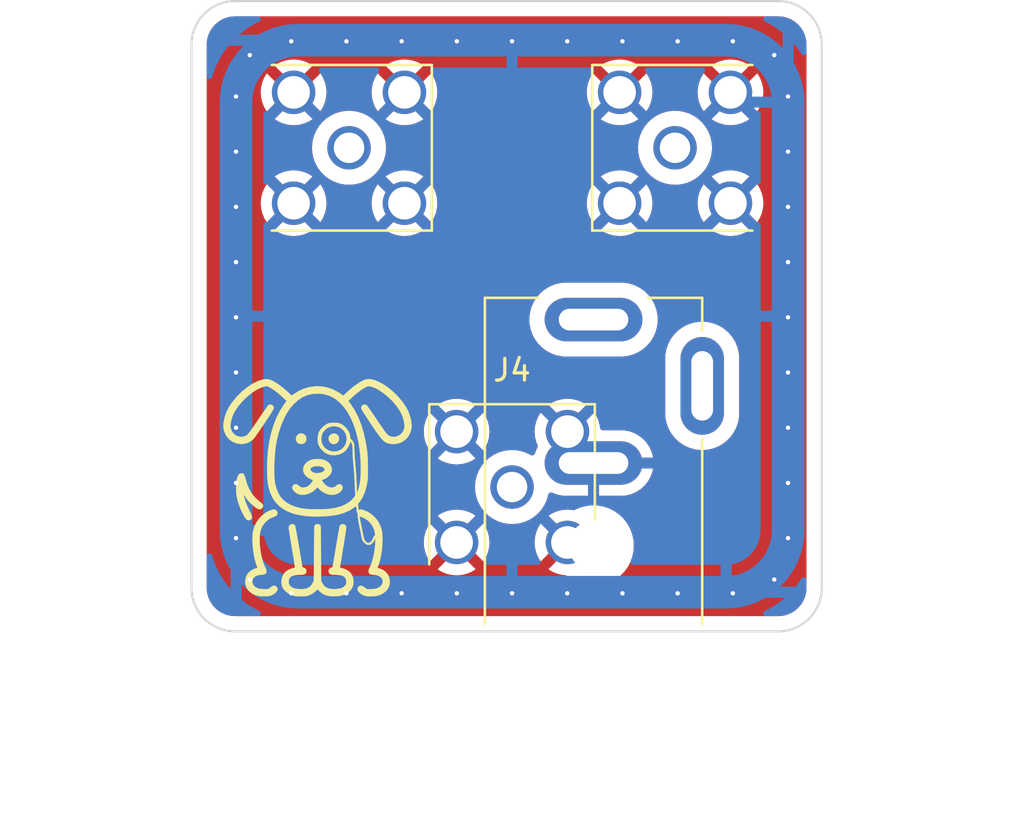
<source format=kicad_pcb>
(kicad_pcb (version 20211014) (generator pcbnew)
  (layers (0 "F.Cu" signal) (31 "B.Cu" signal) (34 "B.Paste" user) (35 "F.Paste" user) (36 "B.SilkS" user "B.Silkscreen") (37 "F.SilkS" user "F.Silkscreen") (38 "B.Mask" user) (39 "F.Mask" user) (44 "Edge.Cuts" user))
  (net 0 "")
  (net 1 "GND")
  (footprint "Connector_WUT:SMA_Linx_CONSMA002-L-G_Horizontal" (layer "F.Cu") (at 136.75 82.19 90)
    (fp_text reference "J2" hide)
    (fp_text value "Conn_Coaxial" hide)
    (fp_line (start 3.81 3.81) (end 3.81 -3.556) (layer "F.SilkS") (width 0.12))
    (fp_line (start -3.81 3.81) (end 3.81 3.81) (layer "F.SilkS") (width 0.12))
    (fp_line (start -3.81 -3.556) (end -3.81 3.81) (layer "F.SilkS") (width 0.12))
    (pad "1" thru_hole circle (at 0 0 90) (size 2 2) (drill 1.4) (layers *.Cu *.Mask))
    (pad "2" thru_hole circle (at -2.55 -2.55 90) (size 2 2) (drill 1.5) (layers *.Cu *.Mask) (net 1 "GND"))
    (pad "2" thru_hole circle (at 2.55 2.55 90) (size 2 2) (drill 1.5) (layers *.Cu *.Mask) (net 1 "GND"))
    (pad "2" thru_hole circle (at -2.55 2.55 90) (size 2 2) (drill 1.5) (layers *.Cu *.Mask) (net 1 "GND"))
    (pad "2" thru_hole circle (at 2.55 -2.55 90) (size 2 2) (drill 1.5) (layers *.Cu *.Mask) (net 1 "GND"))
  )
  (footprint "Misc_WUT:Logo_10mmx10mm" (layer "F.Cu") (at 135.25 97.97)
    (fp_text reference "M1" hide)
    (fp_text value "Logo_10mmx10mm" hide)
    (fp_poly (pts (xy 0.129206 -1.458827) (xy 0.266306 -1.441282) (xy 0.370169 -1.41155) (xy 0.493666 -1.346092) (xy 0.591956 -1.260651) (xy 0.662403 -1.160375) (xy 0.702372 -1.05041) (xy 0.709224 -0.935902) (xy 0.680326 -0.821999) (xy 0.676545 -0.813405) (xy 0.625981 -0.735162) (xy 0.549984 -0.656479) (xy 0.460598 -0.587981) (xy 0.369865 -0.540293) (xy 0.364823 -0.538392) (xy 0.308912 -0.516486) (xy 0.268921 -0.498359) (xy 0.258783 -0.49226) (xy 0.25964 -0.469704) (xy 0.282099 -0.427853) (xy 0.319942 -0.374857) (xy 0.36695 -0.318863) (xy 0.416906 -0.268019) (xy 0.452828 -0.237976) (xy 0.562325 -0.175059) (xy 0.67048 -0.146021) (xy 0.772414 -0.150968) (xy 0.863246 -0.190002) (xy 0.908829 -0.228211) (xy 0.978164 -0.279526) (xy 1.050345 -0.299335) (xy 1.117464 -0.288475) (xy 1.171613 -0.247785) (xy 1.199219 -0.197444) (xy 1.206408 -0.119326) (xy 1.174676 -0.037853) (xy 1.104018 0.046985) (xy 1.101461 0.049425) (xy 0.995751 0.123988) (xy 0.869133 0.170962) (xy 0.729704 0.188945) (xy 0.58556 0.176536) (xy 0.499378 0.153648) (xy 0.37484 0.100951) (xy 0.256636 0.031968) (xy 0.157124 -0.04542) (xy 0.10967 -0.09485) (xy 0.053803 -0.162626) (xy -0.046383 -0.062439) (xy -0.166289 0.036056) (xy -0.304058 0.113595) (xy -0.448406 0.164887) (xy -0.572497 0.18414) (xy -0.650064 0.184979) (xy -0.720356 0.180895) (xy -0.761907 0.174154) (xy -0.85636 0.142868) (xy -0.930077 0.103909) (xy -1.001342 0.047532) (xy -1.004026 0.045114) (xy -1.075794 -0.035817) (xy -1.110094 -0.114433) (xy -1.106419 -0.189302) (xy -1.095904 -0.214674) (xy -1.061335 -0.26408) (xy -1.01519 -0.289105) (xy -0.944822 -0.296375) (xy -0.939988 -0.296392) (xy -0.884794 -0.28521) (xy -0.830353 -0.247205) (xy -0.81095 -0.228211) (xy -0.728774 -0.169398) (xy -0.632671 -0.144735) (xy -0.527521 -0.154116) (xy -0.418206 -0.197437) (xy -0.354949 -0.237976) (xy -0.306891 -0.279521) (xy -0.257081 -0.332374) (xy -0.211737 -0.388388) (xy -0.177078 -0.439415) (xy -0.159321 -0.477305) (xy -0.160905 -0.49226) (xy -0.186528 -0.505748) (xy -0.235909 -0.526528) (xy -0.272299 -0.540437) (xy -0.378211 -0.594851) (xy -0.471904 -0.67185) (xy -0.546906 -0.763538) (xy -0.596744 -0.862019) (xy -0.614939 -0.958433) (xy -0.611112 -0.984419) (xy -0.279733 -0.984419) (xy -0.263629 -0.933631) (xy -0.21621 -0.884457) (xy -0.141029 -0.841287) (xy -0.090905 -0.822264) (xy -0.016024 -0.81043) (xy 0.078288 -0.812564) (xy 0.175666 -0.826967) (xy 0.259744 -0.85194) (xy 0.278778 -0.860649) (xy 0.342415 -0.905685) (xy 0.374816 -0.956922) (xy 0.373225 -1.008448) (xy 0.358852 -1.032434) (xy 0.294291 -1.082747) (xy 0.204673 -1.11611) (xy 0.100149 -1.132524) (xy -0.009131 -1.131987) (xy -0.113013 -1.114502) (xy -0.201347 -1.080066) (xy -0.260973 -1.032434) (xy -0.279733 -0.984419) (xy -0.611112 -0.984419) (xy -0.596943 -1.080615) (xy -0.543996 -1.194257) (xy -0.460085 -1.294085) (xy -0.349201 -1.374824) (xy -0.27229 -1.41155) (xy -0.154542 -1.443961) (xy -0.015893 -1.45972) (xy 0.129206 -1.458827)) (layer "F.SilkS") (width 0.01) (fill solid))
    (fp_poly (pts (xy 0.907235 -3.125689) (xy 0.979676 -3.120585) (xy 1.03638 -3.109046) (xy 1.090629 -3.088589) (xy 1.141078 -3.06419) (xy 1.267459 -2.981847) (xy 1.378075 -2.874599) (xy 1.467008 -2.751028) (xy 1.52834 -2.619719) (xy 1.556153 -2.489255) (xy 1.557187 -2.460721) (xy 1.562969 -2.401495) (xy 1.583642 -2.371797) (xy 1.598115 -2.365284) (xy 1.62964 -2.340049) (xy 1.667739 -2.288708) (xy 1.693365 -2.243285) (xy 1.719142 -2.186307) (xy 1.735264 -2.132543) (xy 1.743884 -2.069198) (xy 1.747151 -1.983473) (xy 1.747444 -1.921474) (xy 1.749366 -1.807362) (xy 1.754736 -1.671457) (xy 1.762634 -1.534073) (xy 1.768598 -1.454671) (xy 1.789528 -1.203913) (xy 1.806866 -0.990434) (xy 1.820919 -0.809363) (xy 1.831997 -0.655826) (xy 1.840407 -0.52495) (xy 1.846458 -0.411863) (xy 1.850459 -0.311692) (xy 1.852718 -0.219563) (xy 1.853543 -0.130605) (xy 1.853564 -0.112322) (xy 1.854963 0.010176) (xy 1.858823 0.1297) (xy 1.864587 0.233952) (xy 1.871697 0.310636) (xy 1.873233 0.321595) (xy 1.884273 0.400126) (xy 1.897523 0.503921) (xy 1.910872 0.61613) (xy 1.917193 0.672579) (xy 1.929088 0.768578) (xy 1.941958 0.851379) (xy 1.953994 0.91027) (xy 1.960979 0.931583) (xy 1.973459 0.97551) (xy 1.980407 1.039494) (xy 1.980889 1.058583) (xy 1.98626 1.143511) (xy 2.000927 1.260811) (xy 2.023529 1.401886) (xy 2.052705 1.558137) (xy 2.082253 1.699162) (xy 2.105376 1.807334) (xy 2.128694 1.921739) (xy 2.14785 2.020891) (xy 2.150948 2.037829) (xy 2.168417 2.1228) (xy 2.187922 2.199848) (xy 2.20421 2.249495) (xy 2.242655 2.308974) (xy 2.299596 2.362705) (xy 2.360825 2.399162) (xy 2.399916 2.408245) (xy 2.449472 2.390153) (xy 2.50564 2.34243) (xy 2.559707 2.274908) (xy 2.60296 2.19742) (xy 2.61562 2.164829) (xy 2.643335 2.101608) (xy 2.673672 2.061025) (xy 2.700574 2.047249) (xy 2.717983 2.064452) (xy 2.721353 2.092029) (xy 2.702517 2.202367) (xy 2.650161 2.313574) (xy 2.580237 2.402368) (xy 2.498448 2.467925) (xy 2.418124 2.493907) (xy 2.332499 2.482261) (xy 2.319187 2.477544) (xy 2.267739 2.44656) (xy 2.207146 2.394809) (xy 2.152108 2.336394) (xy 2.117326 2.285417) (xy 2.116137 2.282746) (xy 2.100716 2.234245) (xy 2.082859 2.160251) (xy 2.067057 2.080162) (xy 2.04962 1.987039) (xy 2.026859 1.874145) (xy 2.003124 1.762922) (xy 1.998358 1.741495) (xy 1.964779 1.582462) (xy 1.936343 1.42927) (xy 1.914486 1.29092) (xy 1.900642 1.176415) (xy 1.896223 1.101204) (xy 1.89156 1.046257) (xy 1.880273 1.014429) (xy 1.874687 1.011245) (xy 1.863095 0.992107) (xy 1.855407 0.942739) (xy 1.85352 0.894829) (xy 1.850376 0.831071) (xy 1.842265 0.788785) (xy 1.834396 0.778412) (xy 1.827212 0.770201) (xy 1.82047 0.743477) (xy 1.81395 0.695107) (xy 1.807434 0.621957) (xy 1.800701 0.520892) (xy 1.793531 0.388777) (xy 1.785705 0.222479) (xy 1.777004 0.018863) (xy 1.771325 -0.121171) (xy 1.763778 -0.299338) (xy 1.755818 -0.461999) (xy 1.746813 -0.61848) (xy 1.736131 -0.778102) (xy 1.723142 -0.950189) (xy 1.707213 -1.144064) (xy 1.687713 -1.369051) (xy 1.683775 -1.413578) (xy 1.674488 -1.541005) (xy 1.667235 -1.683503) (xy 1.663104 -1.817704) (xy 1.662555 -1.868662) (xy 1.660502 -1.980892) (xy 1.653803 -2.062626) (xy 1.640819 -2.125593) (xy 1.619911 -2.181523) (xy 1.618364 -2.184921) (xy 1.574638 -2.280171) (xy 1.527509 -2.151375) (xy 1.445775 -1.982304) (xy 1.336998 -1.844549) (xy 1.203686 -1.739907) (xy 1.048349 -1.670175) (xy 0.873494 -1.637147) (xy 0.80577 -1.634588) (xy 0.644783 -1.646965) (xy 0.507667 -1.687227) (xy 0.383101 -1.760072) (xy 0.274751 -1.854986) (xy 0.172297 -1.972279) (xy 0.104746 -2.089023) (xy 0.067704 -2.216618) (xy 0.057826 -2.352123) (xy 0.226169 -2.352123) (xy 0.239396 -2.232067) (xy 0.253886 -2.179587) (xy 0.321058 -2.050271) (xy 0.417527 -1.945117) (xy 0.536198 -1.866661) (xy 0.669977 -1.817438) (xy 0.811766 -1.799985) (xy 0.954471 -1.816838) (xy 1.090996 -1.870533) (xy 1.101591 -1.876586) (xy 1.22237 -1.969484) (xy 1.310931 -2.083476) (xy 1.367242 -2.212154) (xy 1.391267 -2.34911) (xy 1.382971 -2.487935) (xy 1.34232 -2.62222) (xy 1.26928 -2.745556) (xy 1.163816 -2.851536) (xy 1.107067 -2.891057) (xy 0.988632 -2.942146) (xy 0.851072 -2.965756) (xy 0.708526 -2.960592) (xy 0.60648 -2.936934) (xy 0.498336 -2.882991) (xy 0.396177 -2.800165) (xy 0.311985 -2.700196) (xy 0.257934 -2.59539) (xy 0.232412 -2.479791) (xy 0.226169 -2.352123) (xy 0.057826 -2.352123) (xy 0.05678 -2.366466) (xy 0.057951 -2.417755) (xy 0.066198 -2.529534) (xy 0.0827 -2.615126) (xy 0.11073 -2.690383) (xy 0.116983 -2.703505) (xy 0.205369 -2.84195) (xy 0.322884 -2.963997) (xy 0.457497 -3.057391) (xy 0.471747 -3.064841) (xy 0.53311 -3.093922) (xy 0.586687 -3.1122) (xy 0.645727 -3.122134) (xy 0.723477 -3.126184) (xy 0.80577 -3.126838) (xy 0.907235 -3.125689)) (layer "F.SilkS") (width 0.01) (fill solid))
    (fp_poly (pts (xy -3.394961 -0.796542) (xy -3.35317 -0.769507) (xy -3.31884 -0.718061) (xy -3.288209 -0.636978) (xy -3.264339 -0.549294) (xy -3.183623 -0.282983) (xy -3.080029 -0.047307) (xy -2.952408 0.159582) (xy -2.799608 0.339529) (xy -2.620479 0.494381) (xy -2.608034 0.503522) (xy -2.526176 0.568752) (xy -2.476441 0.624131) (xy -2.455175 0.675521) (xy -2.458722 0.728781) (xy -2.461515 0.738397) (xy -2.499046 0.800684) (xy -2.558902 0.843344) (xy -2.617121 0.856377) (xy -2.679148 0.841284) (xy -2.758609 0.799098) (xy -2.850138 0.73446) (xy -2.948366 0.652012) (xy -3.047926 0.556394) (xy -3.14345 0.452248) (xy -3.22957 0.344216) (xy -3.261148 0.299531) (xy -3.305414 0.235239) (xy -3.331768 0.200705) (xy -3.343664 0.192966) (xy -3.344552 0.209059) (xy -3.340813 0.231147) (xy -3.315105 0.33479) (xy -3.274588 0.46174) (xy -3.223377 0.601116) (xy -3.165584 0.742033) (xy -3.105322 0.873609) (xy -3.076197 0.931263) (xy -3.017087 1.049754) (xy -2.979908 1.141186) (xy -2.964357 1.210632) (xy -2.970127 1.263164) (xy -2.996914 1.303856) (xy -3.044412 1.33778) (xy -3.051507 1.341647) (xy -3.105032 1.361079) (xy -3.15696 1.354308) (xy -3.190108 1.340286) (xy -3.230695 1.305874) (xy -3.280897 1.239699) (xy -3.33783 1.14702) (xy -3.39861 1.033099) (xy -3.460353 0.903195) (xy -3.520174 0.762569) (xy -3.552288 0.679685) (xy -3.624776 0.460055) (xy -3.671504 0.253159) (xy -3.694863 0.04463) (xy -3.697247 -0.1799) (xy -3.696956 -0.18893) (xy -3.684397 -0.380653) (xy -3.660635 -0.535647) (xy -3.625345 -0.654714) (xy -3.578202 -0.738659) (xy -3.518881 -0.788283) (xy -3.447975 -0.804392) (xy -3.394961 -0.796542)) (layer "F.SilkS") (width 0.01) (fill solid))
    (fp_poly (pts (xy 2.062011 0.862694) (xy 2.11976 0.876956) (xy 2.143842 0.88358) (xy 2.319784 0.951082) (xy 2.488698 1.05159) (xy 2.643425 1.17903) (xy 2.776805 1.327332) (xy 2.881679 1.490425) (xy 2.898099 1.523226) (xy 2.954018 1.652144) (xy 2.994262 1.775927) (xy 3.020816 1.904865) (xy 3.035664 2.04925) (xy 3.040792 2.219373) (xy 3.040805 2.263147) (xy 3.031851 2.506088) (xy 3.007972 2.751008) (xy 2.970721 2.988507) (xy 2.921651 3.209186) (xy 2.862316 3.403644) (xy 2.844527 3.450965) (xy 2.804915 3.551462) (xy 2.887427 3.573395) (xy 3.041328 3.632163) (xy 3.168994 3.718165) (xy 3.26819 3.828544) (xy 3.336682 3.960443) (xy 3.372237 4.111008) (xy 3.376953 4.199254) (xy 3.357497 4.345263) (xy 3.303136 4.479474) (xy 3.217115 4.598531) (xy 3.102684 4.699078) (xy 2.963088 4.777758) (xy 2.801576 4.831217) (xy 2.756312 4.840586) (xy 2.656121 4.853343) (xy 2.541665 4.859251) (xy 2.425461 4.858474) (xy 2.320028 4.851176) (xy 2.237882 4.83752) (xy 2.224042 4.833636) (xy 2.122586 4.791531) (xy 2.031216 4.734468) (xy 1.956736 4.668547) (xy 1.905949 4.599873) (xy 1.885657 4.534546) (xy 1.885555 4.530018) (xy 1.902435 4.459519) (xy 1.946547 4.406441) (xy 2.008094 4.37571) (xy 2.077282 4.372256) (xy 2.143377 4.400313) (xy 2.188803 4.433541) (xy 2.244453 4.47429) (xy 2.256785 4.483326) (xy 2.289285 4.505513) (xy 2.320027 4.519542) (xy 2.358321 4.526816) (xy 2.413481 4.52874) (xy 2.494818 4.526717) (xy 2.534505 4.525207) (xy 2.63394 4.520105) (xy 2.705979 4.512414) (xy 2.762305 4.499755) (xy 2.814599 4.479747) (xy 2.855757 4.459739) (xy 2.953154 4.39318) (xy 3.018642 4.31137) (xy 3.049718 4.218476) (xy 3.048206 4.139509) (xy 3.013531 4.040165) (xy 2.947019 3.963303) (xy 2.848923 3.909105) (xy 2.719493 3.87775) (xy 2.677609 3.873084) (xy 2.584689 3.863833) (xy 2.521645 3.853765) (xy 2.479313 3.840382) (xy 2.448527 3.821185) (xy 2.432135 3.806188) (xy 2.399954 3.747617) (xy 2.397615 3.670607) (xy 2.424901 3.581684) (xy 2.440686 3.550261) (xy 2.50929 3.40346) (xy 2.569313 3.231142) (xy 2.61995 3.040198) (xy 2.660394 2.837517) (xy 2.689841 2.629988) (xy 2.707484 2.424501) (xy 2.712517 2.227946) (xy 2.704134 2.047212) (xy 2.68153 1.889188) (xy 2.6486 1.772705) (xy 2.56598 1.603845) (xy 2.456699 1.457632) (xy 2.324914 1.338486) (xy 2.17478 1.250827) (xy 2.14677 1.23899) (xy 2.050922 1.199992) (xy 1.985123 1.170633) (xy 1.942817 1.146886) (xy 1.917445 1.124721) (xy 1.902448 1.100108) (xy 1.896695 1.08535) (xy 1.889716 1.010806) (xy 1.918554 0.939836) (xy 1.967996 0.889196) (xy 1.99846 0.86842) (xy 2.025688 0.859717) (xy 2.062011 0.862694)) (layer "F.SilkS") (width 0.01) (fill solid))
    (fp_poly (pts (xy 2.573431 -5.116589) (xy 2.734468 -5.067814) (xy 2.90475 -4.992908) (xy 3.080749 -4.894385) (xy 3.258937 -4.774759) (xy 3.435785 -4.636543) (xy 3.607765 -4.48225) (xy 3.771349 -4.314395) (xy 3.923009 -4.135491) (xy 4.059216 -3.948052) (xy 4.149014 -3.803546) (xy 4.226718 -3.647902) (xy 4.290736 -3.478252) (xy 4.339005 -3.30361) (xy 4.369458 -3.132988) (xy 4.380033 -2.9754) (xy 4.369154 -2.842486) (xy 4.31875 -2.669095) (xy 4.237414 -2.515568) (xy 4.12917 -2.384837) (xy 3.998037 -2.279834) (xy 3.848037 -2.203488) (xy 3.683192 -2.158731) (xy 3.507522 -2.148493) (xy 3.426993 -2.155794) (xy 3.352378 -2.16781) (xy 3.285421 -2.183962) (xy 3.223437 -2.206953) (xy 3.163741 -2.239491) (xy 3.10365 -2.28428) (xy 3.040479 -2.344026) (xy 2.971543 -2.421433) (xy 2.894158 -2.519208) (xy 2.805641 -2.640056) (xy 2.703307 -2.786682) (xy 2.58447 -2.961791) (xy 2.495462 -3.09463) (xy 2.382361 -3.264471) (xy 2.289593 -3.405098) (xy 2.21535 -3.519495) (xy 2.157822 -3.610647) (xy 2.115201 -3.681538) (xy 2.085677 -3.735152) (xy 2.067441 -3.774473) (xy 2.058684 -3.802486) (xy 2.05724 -3.817553) (xy 2.07632 -3.885726) (xy 2.122661 -3.936526) (xy 2.186315 -3.964506) (xy 2.257329 -3.96422) (xy 2.297632 -3.949137) (xy 2.31667 -3.928761) (xy 2.354635 -3.879393) (xy 2.408963 -3.804673) (xy 2.477088 -3.708245) (xy 2.556442 -3.59375) (xy 2.644462 -3.46483) (xy 2.738579 -3.325127) (xy 2.762246 -3.289714) (xy 2.859383 -3.145327) (xy 2.952818 -3.00869) (xy 3.03968 -2.883838) (xy 3.117097 -2.774807) (xy 3.182198 -2.685632) (xy 3.232111 -2.620349) (xy 3.263965 -2.582994) (xy 3.267485 -2.579615) (xy 3.367395 -2.513621) (xy 3.478737 -2.480366) (xy 3.595193 -2.477778) (xy 3.710445 -2.503781) (xy 3.818176 -2.556302) (xy 3.912068 -2.633266) (xy 3.985805 -2.7326) (xy 4.026663 -2.828847) (xy 4.045536 -2.905562) (xy 4.052585 -2.979338) (xy 4.047707 -3.062329) (xy 4.030796 -3.166692) (xy 4.023448 -3.203562) (xy 3.964493 -3.411125) (xy 3.872695 -3.615554) (xy 3.746473 -3.819554) (xy 3.584247 -4.025832) (xy 3.470879 -4.149832) (xy 3.320235 -4.296156) (xy 3.162611 -4.42986) (xy 3.00276 -4.548034) (xy 2.845435 -4.647769) (xy 2.695386 -4.726157) (xy 2.557367 -4.780286) (xy 2.43613 -4.807249) (xy 2.392918 -4.809777) (xy 2.333299 -4.796451) (xy 2.250845 -4.758626) (xy 2.150255 -4.699532) (xy 2.036229 -4.622401) (xy 1.913464 -4.53046) (xy 1.786661 -4.426942) (xy 1.660519 -4.315075) (xy 1.62549 -4.282253) (xy 1.47046 -4.135128) (xy 1.58936 -3.969337) (xy 1.769846 -3.68644) (xy 1.927862 -3.372344) (xy 2.06348 -3.026837) (xy 2.176777 -2.649708) (xy 2.267825 -2.240747) (xy 2.326276 -1.879007) (xy 2.338293 -1.769595) (xy 2.34868 -1.633457) (xy 2.357274 -1.47811) (xy 2.363913 -1.311073) (xy 2.368433 -1.139863) (xy 2.370672 -0.971999) (xy 2.370467 -0.814997) (xy 2.367656 -0.676377) (xy 2.362075 -0.563656) (xy 2.356094 -0.501546) (xy 2.305129 -0.210239) (xy 2.231861 0.049554) (xy 2.135188 0.279145) (xy 2.014007 0.479847) (xy 1.867216 0.652972) (xy 1.69371 0.799832) (xy 1.492389 0.92174) (xy 1.262148 1.020008) (xy 1.016766 1.092387) (xy 0.840149 1.12725) (xy 0.634531 1.154559) (xy 0.409328 1.173909) (xy 0.173955 1.184894) (xy -0.06217 1.187111) (xy -0.289632 1.180154) (xy -0.499015 1.163618) (xy -0.537215 1.159209) (xy -0.839988 1.108945) (xy -1.111486 1.035754) (xy -1.352417 0.939157) (xy -1.563492 0.818675) (xy -1.745422 0.673831) (xy -1.898915 0.504144) (xy -2.024681 0.309137) (xy -2.122931 0.089698) (xy -2.16414 -0.030136) (xy -2.196802 -0.144288) (xy -2.22199 -0.260059) (xy -2.240775 -0.38475) (xy -2.25423 -0.525665) (xy -2.263427 -0.690105) (xy -2.269439 -0.885373) (xy -2.27001 -0.911853) (xy -2.269732 -0.941861) (xy -1.940364 -0.941861) (xy -1.938951 -0.760448) (xy -1.932876 -0.605731) (xy -1.921529 -0.471593) (xy -1.904298 -0.351922) (xy -1.880574 -0.240601) (xy -1.849745 -0.131516) (xy -1.829181 -0.069216) (xy -1.762048 0.097601) (xy -1.682549 0.237722) (xy -1.583069 0.36324) (xy -1.510595 0.436596) (xy -1.356572 0.557407) (xy -1.171196 0.659469) (xy -0.958158 0.741317) (xy -0.721149 0.801489) (xy -0.507907 0.834028) (xy -0.402267 0.842492) (xy -0.267555 0.848516) (xy -0.113699 0.852093) (xy 0.049372 0.853218) (xy 0.211729 0.851882) (xy 0.363443 0.848081) (xy 0.494586 0.841808) (xy 0.580596 0.83473) (xy 0.858717 0.791567) (xy 1.105308 0.725363) (xy 1.32041 0.636101) (xy 1.504066 0.523764) (xy 1.608473 0.436596) (xy 1.720123 0.317382) (xy 1.813082 0.186823) (xy 1.888478 0.04113) (xy 1.947439 -0.123489) (xy 1.991092 -0.310826) (xy 2.020566 -0.524671) (xy 2.036987 -0.768816) (xy 2.041538 -1.019315) (xy 2.030649 -1.420293) (xy 1.998687 -1.804237) (xy 1.946416 -2.169428) (xy 1.874603 -2.514151) (xy 1.784014 -2.836688) (xy 1.675416 -3.135324) (xy 1.549576 -3.408341) (xy 1.407258 -3.654023) (xy 1.249229 -3.870653) (xy 1.076257 -4.056514) (xy 0.889106 -4.20989) (xy 0.688543 -4.329065) (xy 0.535714 -4.39292) (xy 0.313393 -4.450201) (xy 0.081728 -4.472561) (xy -0.151087 -4.460001) (xy -0.376858 -4.412521) (xy -0.437835 -4.39292) (xy -0.649056 -4.298916) (xy -0.847826 -4.168646) (xy -1.033287 -4.003164) (xy -1.204581 -3.803522) (xy -1.360848 -3.570773) (xy -1.501228 -3.305971) (xy -1.624864 -3.010167) (xy -1.669484 -2.883263) (xy -1.750556 -2.618774) (xy -1.815428 -2.356331) (xy -1.865327 -2.088028) (xy -1.901483 -1.805959) (xy -1.925122 -1.502219) (xy -1.937473 -1.168902) (xy -1.937726 -1.156084) (xy -1.940364 -0.941861) (xy -2.269732 -0.941861) (xy -2.26581 -1.364243) (xy -2.234452 -1.799996) (xy -2.176464 -2.217046) (xy -2.092373 -2.613324) (xy -1.982706 -2.98676) (xy -1.84799 -3.335286) (xy -1.688754 -3.656834) (xy -1.505524 -3.949334) (xy -1.49027 -3.970824) (xy -1.3723 -4.135521) (xy -1.53565 -4.288678) (xy -1.668517 -4.408292) (xy -1.800434 -4.517823) (xy -1.927054 -4.614285) (xy -2.044026 -4.694695) (xy -2.147001 -4.756067) (xy -2.231631 -4.795419) (xy -2.293567 -4.809764) (xy -2.29504 -4.809777) (xy -2.378296 -4.798653) (xy -2.485078 -4.767114) (xy -2.607442 -4.717913) (xy -2.722439 -4.661799) (xy -2.903898 -4.551886) (xy -3.086658 -4.415152) (xy -3.264748 -4.257886) (xy -3.432196 -4.086374) (xy -3.583031 -3.906901) (xy -3.71128 -3.725754) (xy -3.810973 -3.54922) (xy -3.839707 -3.485658) (xy -3.875419 -3.38711) (xy -3.908052 -3.273547) (xy -3.93448 -3.158309) (xy -3.951578 -3.054739) (xy -3.956445 -2.9873) (xy -3.950651 -2.928464) (xy -3.936016 -2.85598) (xy -3.927699 -2.825284) (xy -3.875132 -2.70907) (xy -3.796901 -2.613942) (xy -3.699388 -2.542019) (xy -3.588976 -2.495419) (xy -3.472047 -2.47626) (xy -3.354985 -2.486661) (xy -3.244171 -2.528738) (xy -3.17632 -2.575946) (xy -3.142765 -2.612099) (xy -3.089972 -2.678991) (xy -3.019584 -2.77433) (xy -2.933245 -2.895824) (xy -2.832599 -3.041183) (xy -2.719287 -3.208116) (xy -2.666243 -3.287209) (xy -2.57069 -3.429277) (xy -2.480634 -3.561455) (xy -2.398636 -3.680115) (xy -2.327252 -3.781628) (xy -2.269041 -3.862367) (xy -2.226561 -3.918704) (xy -2.20237 -3.94701) (xy -2.19936 -3.949348) (xy -2.127579 -3.969258) (xy -2.05905 -3.957289) (xy -2.003172 -3.918725) (xy -1.96934 -3.858849) (xy -1.963522 -3.816734) (xy -1.966223 -3.793955) (xy -1.97562 -3.764609) (xy -1.99366 -3.725445) (xy -2.022286 -3.673216) (xy -2.063443 -3.604671) (xy -2.119076 -3.516562) (xy -2.19113 -3.40564) (xy -2.281548 -3.268655) (xy -2.380733 -3.119652) (xy -2.477593 -2.97542) (xy -2.571265 -2.837653) (xy -2.658728 -2.710666) (xy -2.736965 -2.598774) (xy -2.802955 -2.506292) (xy -2.853681 -2.437536) (xy -2.886123 -2.39682) (xy -2.88751 -2.395266) (xy -3.010528 -2.286022) (xy -3.149339 -2.209007) (xy -3.298843 -2.163432) (xy -3.453939 -2.148504) (xy -3.609526 -2.163433) (xy -3.760504 -2.207426) (xy -3.90177 -2.279693) (xy -4.028224 -2.379442) (xy -4.134766 -2.505881) (xy -4.188465 -2.597093) (xy -4.25 -2.75) (xy -4.279558 -2.906212) (xy -4.27864 -3.075669) (xy -4.271 -3.142838) (xy -4.222873 -3.380374) (xy -4.144721 -3.608618) (xy -4.034674 -3.831038) (xy -3.890868 -4.051102) (xy -3.711433 -4.272277) (xy -3.595793 -4.396777) (xy -3.418758 -4.566945) (xy -3.236608 -4.718589) (xy -3.052986 -4.849813) (xy -2.871533 -4.958721) (xy -2.695894 -5.043418) (xy -2.529709 -5.102006) (xy -2.376622 -5.132591) (xy -2.240276 -5.133277) (xy -2.195326 -5.125691) (xy -2.091903 -5.090979) (xy -1.968244 -5.030188) (xy -1.829592 -4.946872) (xy -1.681188 -4.844584) (xy -1.528273 -4.726874) (xy -1.376091 -4.597297) (xy -1.269537 -4.498281) (xy -1.213129 -4.445125) (xy -1.167265 -4.404335) (xy -1.139102 -4.382176) (xy -1.134327 -4.37993) (xy -1.11331 -4.390778) (xy -1.070791 -4.419117) (xy -1.019953 -4.455883) (xy -0.813649 -4.589113) (xy -0.593632 -4.689632) (xy -0.353547 -4.760127) (xy -0.252652 -4.780141) (xy 0.005441 -4.805837) (xy 0.262984 -4.794076) (xy 0.515374 -4.745945) (xy 0.758006 -4.662534) (xy 0.986277 -4.544934) (xy 1.117832 -4.455883) (xy 1.171871 -4.416888) (xy 1.213291 -4.389485) (xy 1.232206 -4.37993) (xy 1.251023 -4.39262) (xy 1.290481 -4.426513) (xy 1.343423 -4.475346) (xy 1.367415 -4.498281) (xy 1.515807 -4.634224) (xy 1.668718 -4.760866) (xy 1.820906 -4.874654) (xy 1.967131 -4.972036) (xy 2.102149 -5.049459) (xy 2.220721 -5.103372) (xy 2.293205 -5.125691) (xy 2.425167 -5.136719) (xy 2.573431 -5.116589)) (layer "F.SilkS") (width 0.01) (fill solid))
    (fp_poly (pts (xy -0.641208 -2.630082) (xy -0.596585 -2.61209) (xy -0.518645 -2.553184) (xy -0.471635 -2.475831) (xy -0.459061 -2.402941) (xy -0.475243 -2.302885) (xy -0.520026 -2.224451) (xy -0.587767 -2.171761) (xy -0.672822 -2.148936) (xy -0.769546 -2.160099) (xy -0.78486 -2.165011) (xy -0.832353 -2.181359) (xy -0.86022 -2.190591) (xy -0.86289 -2.191329) (xy -0.874135 -2.206349) (xy -0.898134 -2.243438) (xy -0.906852 -2.257429) (xy -0.940808 -2.34286) (xy -0.942278 -2.427297) (xy -0.916372 -2.504897) (xy -0.868201 -2.569817) (xy -0.802876 -2.616216) (xy -0.725508 -2.638252) (xy -0.641208 -2.630082)) (layer "F.SilkS") (width 0.01) (fill solid))
    (fp_poly (pts (xy -1.890077 0.873745) (xy -1.847089 0.91119) (xy -1.846857 0.911421) (xy -1.797774 0.980446) (xy -1.786262 1.048184) (xy -1.810908 1.110648) (xy -1.870299 1.163849) (xy -1.948879 1.199412) (xy -2.065542 1.242811) (xy -2.160023 1.292244) (xy -2.249048 1.357411) (xy -2.303565 1.405136) (xy -2.411914 1.519924) (xy -2.495979 1.646163) (xy -2.55701 1.788172) (xy -2.596261 1.950271) (xy -2.614985 2.136782) (xy -2.614432 2.352025) (xy -2.608407 2.456912) (xy -2.583035 2.70431) (xy -2.543802 2.940871) (xy -2.492297 3.160047) (xy -2.430113 3.355287) (xy -2.35884 3.520042) (xy -2.342808 3.550261) (xy -2.303486 3.648795) (xy -2.297945 3.737896) (xy -2.307813 3.776502) (xy -2.342317 3.816743) (xy -2.405599 3.847074) (xy -2.487808 3.863503) (xy -2.526924 3.8653) (xy -2.658192 3.878433) (xy -2.769226 3.915383) (xy -2.856801 3.97248) (xy -2.917691 4.04605) (xy -2.948672 4.132423) (xy -2.946519 4.227927) (xy -2.917832 4.310347) (xy -2.883108 4.368971) (xy -2.840287 4.411692) (xy -2.776126 4.450971) (xy -2.759011 4.459792) (xy -2.701768 4.486499) (xy -2.648844 4.504151) (xy -2.588483 4.515134) (xy -2.508924 4.521832) (xy -2.436627 4.525207) (xy -2.342908 4.52836) (xy -2.278902 4.528101) (xy -2.235299 4.523024) (xy -2.202785 4.511726) (xy -2.17205 4.492803) (xy -2.158907 4.483326) (xy -2.103952 4.443077) (xy -2.054186 4.406664) (xy -2.045498 4.400313) (xy -1.978232 4.372015) (xy -1.909047 4.375971) (xy -1.847713 4.407242) (xy -1.804001 4.460889) (xy -1.787676 4.530641) (xy -1.804956 4.591589) (xy -1.852377 4.658717) (xy -1.923314 4.724974) (xy -2.011139 4.783309) (xy -2.038539 4.797598) (xy -2.09305 4.822318) (xy -2.143115 4.838503) (xy -2.199959 4.848153) (xy -2.274807 4.853268) (xy -2.364061 4.855599) (xy -2.463849 4.855351) (xy -2.560257 4.851658) (xy -2.639857 4.845199) (xy -2.676478 4.839789) (xy -2.839134 4.790925) (xy -2.981522 4.715755) (xy -3.100136 4.618006) (xy -3.191467 4.501407) (xy -3.25201 4.369684) (xy -3.278258 4.226565) (xy -3.279074 4.199254) (xy -3.262275 4.039781) (xy -3.211328 3.897427) (xy -3.128469 3.775048) (xy -3.015931 3.675501) (xy -2.875949 3.601642) (xy -2.789548 3.573395) (xy -2.707036 3.551462) (xy -2.746324 3.451787) (xy -2.802422 3.285004) (xy -2.85046 3.093798) (xy -2.889602 2.886368) (xy -2.919015 2.670914) (xy -2.937862 2.455638) (xy -2.945309 2.248737) (xy -2.940519 2.058414) (xy -2.922658 1.892867) (xy -2.911193 1.8333) (xy -2.850028 1.637625) (xy -2.75924 1.454142) (xy -2.643006 1.287185) (xy -2.5055 1.141089) (xy -2.350901 1.020186) (xy -2.183383 0.928812) (xy -2.007122 0.8713) (xy -1.978742 0.865595) (xy -1.927771 0.860698) (xy -1.890077 0.873745)) (layer "F.SilkS") (width 0.01) (fill solid))
    (fp_poly (pts (xy 0.922947 -2.603975) (xy 0.991412 -2.541082) (xy 1.007115 -2.517943) (xy 1.039942 -2.431724) (xy 1.038955 -2.345967) (xy 1.008886 -2.267564) (xy 0.954466 -2.203412) (xy 0.880424 -2.160405) (xy 0.791492 -2.145437) (xy 0.753757 -2.148694) (xy 0.674508 -2.178794) (xy 0.612427 -2.235653) (xy 0.571271 -2.310058) (xy 0.554798 -2.392794) (xy 0.566765 -2.474649) (xy 0.597741 -2.531301) (xy 0.671378 -2.598608) (xy 0.755246 -2.632989) (xy 0.841664 -2.634694) (xy 0.922947 -2.603975)) (layer "F.SilkS") (width 0.01) (fill solid))
    (fp_poly (pts (xy 0.076564 1.533923) (xy 0.116628 1.548443) (xy 0.171333 1.583525) (xy 0.194722 1.621974) (xy 0.196619 1.649035) (xy 0.198558 1.711729) (xy 0.200498 1.806612) (xy 0.202399 1.930238) (xy 0.204219 2.079166) (xy 0.205917 2.249949) (xy 0.207452 2.439144) (xy 0.208783 2.643308) (xy 0.209868 2.858995) (xy 0.210071 2.907916) (xy 0.215016 4.148608) (xy 0.268074 4.249208) (xy 0.338199 4.356113) (xy 0.423437 4.435324) (xy 0.528224 4.488886) (xy 0.656996 4.518841) (xy 0.814188 4.527235) (xy 0.868276 4.525825) (xy 1.007816 4.514652) (xy 1.117397 4.492203) (xy 1.205212 4.455644) (xy 1.279455 4.402141) (xy 1.309103 4.37337) (xy 1.344231 4.328753) (xy 1.363276 4.278382) (xy 1.372259 4.20602) (xy 1.372499 4.202359) (xy 1.366981 4.098434) (xy 1.334402 4.015753) (xy 1.272869 3.952932) (xy 1.180487 3.908586) (xy 1.055361 3.88133) (xy 0.918401 3.870441) (xy 0.809351 3.865939) (xy 0.731915 3.860274) (xy 0.678633 3.851877) (xy 0.642045 3.83918) (xy 0.61469 3.820612) (xy 0.596557 3.802764) (xy 0.561691 3.740302) (xy 0.558581 3.671376) (xy 0.583869 3.606673) (xy 0.634201 3.55688) (xy 0.67993 3.537268) (xy 0.742555 3.521187) (xy 0.899775 2.584436) (xy 0.931376 2.397057) (xy 0.961403 2.22075) (xy 0.989173 2.059403) (xy 1.014003 1.916905) (xy 1.03521 1.797144) (xy 1.052112 1.704009) (xy 1.064024 1.641388) (xy 1.070265 1.61317) (xy 1.070462 1.61261) (xy 1.096447 1.582442) (xy 1.143221 1.553075) (xy 1.153484 1.548474) (xy 1.230887 1.53334) (xy 1.297968 1.555558) (xy 1.352097 1.614169) (xy 1.357132 1.62277) (xy 1.363717 1.637188) (xy 1.368105 1.655807) (xy 1.369865 1.682037) (xy 1.368567 1.719291) (xy 1.363783 1.770978) (xy 1.355083 1.84051) (xy 1.342038 1.931298) (xy 1.324218 2.046753) (xy 1.301193 2.190286) (xy 1.272535 2.365308) (xy 1.237814 2.57523) (xy 1.235377 2.589924) (xy 1.204856 2.774409) (xy 1.176405 2.947345) (xy 1.150646 3.104865) (xy 1.128206 3.2431) (xy 1.109709 3.358184) (xy 1.095781 3.446248) (xy 1.087047 3.503425) (xy 1.084128 3.525765) (xy 1.101687 3.541982) (xy 1.145383 3.556691) (xy 1.166504 3.560807) (xy 1.269262 3.588646) (xy 1.377637 3.636663) (xy 1.477398 3.697278) (xy 1.554319 3.762913) (xy 1.561884 3.771401) (xy 1.641085 3.891163) (xy 1.690542 4.025661) (xy 1.710079 4.167226) (xy 1.699524 4.308191) (xy 1.658703 4.440885) (xy 1.587442 4.557639) (xy 1.579899 4.566672) (xy 1.472815 4.67239) (xy 1.352483 4.751954) (xy 1.213184 4.807761) (xy 1.049198 4.842208) (xy 0.888367 4.856381) (xy 0.692981 4.85589) (xy 0.525634 4.833778) (xy 0.380737 4.78833) (xy 0.252704 4.717834) (xy 0.143613 4.628045) (xy 0.048939 4.536792) (xy -0.045735 4.628045) (xy -0.165334 4.721393) (xy -0.30624 4.796113) (xy -0.441706 4.841041) (xy -0.498607 4.849011) (xy -0.582571 4.854652) (xy -0.681644 4.857801) (xy -0.783875 4.858292) (xy -0.877308 4.855962) (xy -0.949992 4.850646) (xy -0.967061 4.848264) (xy -1.119316 4.80822) (xy -1.261361 4.743222) (xy -1.3867 4.658032) (xy -1.488838 4.557412) (xy -1.561282 4.446125) (xy -1.581055 4.398044) (xy -1.610047 4.256684) (xy -1.606537 4.10866) (xy -1.572425 3.964137) (xy -1.509609 3.833286) (xy -1.464006 3.771401) (xy -1.391091 3.705671) (xy -1.293489 3.643976) (xy -1.185428 3.593898) (xy -1.081139 3.563013) (xy -1.068626 3.560807) (xy -1.018256 3.548128) (xy -0.989111 3.53185) (xy -0.98625 3.525765) (xy -0.989289 3.502604) (xy -0.998134 3.444766) (xy -1.01216 3.356119) (xy -1.030743 3.240531) (xy -1.053256 3.101869) (xy -1.079075 2.944001) (xy -1.107574 2.770794) (xy -1.137498 2.589924) (xy -1.172622 2.377654) (xy -1.201655 2.200502) (xy -1.225027 2.055057) (xy -1.243167 1.937908) (xy -1.256505 1.845644) (xy -1.26547 1.774855) (xy -1.270492 1.722128) (xy -1.271999 1.684054) (xy -1.270422 1.65722) (xy -1.26619 1.638217) (xy -1.259732 1.623632) (xy -1.259253 1.62277) (xy -1.210251 1.56734) (xy -1.146996 1.538339) (xy -1.080044 1.536416) (xy -1.019953 1.562218) (xy -0.982509 1.605779) (xy -0.974791 1.632984) (xy -0.961459 1.694822) (xy -0.943235 1.787365) (xy -0.920845 1.906687) (xy -0.89501 2.048859) (xy -0.866455 2.209955) (xy -0.835904 2.386048) (xy -0.804079 2.573211) (xy -0.80219 2.584436) (xy -0.644676 3.521187) (xy -0.582052 3.537268) (xy -0.516912 3.57121) (xy -0.474582 3.627178) (xy -0.458416 3.694483) (xy -0.471771 3.762437) (xy -0.498678 3.802764) (xy -0.524005 3.826519) (xy -0.553202 3.843277) (xy -0.593732 3.854606) (xy -0.653054 3.862076) (xy -0.738628 3.867255) (xy -0.820522 3.870441) (xy -0.975675 3.883957) (xy -1.096436 3.913357) (xy -1.184699 3.960028) (xy -1.242359 4.025354) (xy -1.27131 4.110719) (xy -1.274621 4.202359) (xy -1.265921 4.275965) (xy -1.247405 4.326917) (xy -1.213053 4.371451) (xy -1.211225 4.37337) (xy -1.140286 4.434989) (xy -1.059281 4.478452) (xy -0.960017 4.506592) (xy -0.8343 4.522243) (xy -0.770397 4.525825) (xy -0.605166 4.52395) (xy -0.470072 4.501901) (xy -0.360575 4.457517) (xy -0.272134 4.388636) (xy -0.200208 4.293097) (xy -0.17211 4.241017) (xy -0.117138 4.12907) (xy -0.112255 2.898147) (xy -0.111235 2.681241) (xy -0.109956 2.475102) (xy -0.108459 2.283187) (xy -0.106788 2.108957) (xy -0.104982 1.95587) (xy -0.103085 1.827385) (xy -0.101136 1.726962) (xy -0.099179 1.658059) (xy -0.097254 1.624136) (xy -0.096906 1.621974) (xy -0.068729 1.579078) (xy -0.01875 1.548443) (xy 0.033414 1.531257) (xy 0.076564 1.533923)) (layer "F.SilkS") (width 0.01) (fill solid))
  )
  (footprint "Connector_WUT:Barrel-Jack_Cliff_FC681478_TH" (layer "F.Cu") (at 148 104.595)
    (fp_text reference "J1" hide)
    (fp_text value "Barrel_Jack_Switch" hide)
    (fp_line (start 2.5 -15.5) (end 5 -15.5) (layer "F.SilkS") (width 0.12))
    (fp_line (start -5 -15.5) (end -5 -0.5) (layer "F.SilkS") (width 0.12))
    (fp_line (start 5 -15.5) (end 5 -14) (layer "F.SilkS") (width 0.12))
    (fp_line (start 5 -9) (end 5 -0.5) (layer "F.SilkS") (width 0.12))
    (fp_line (start -5 -15.5) (end -2.5 -15.5) (layer "F.SilkS") (width 0.12))
    (pad "" np_thru_hole circle locked (at 0 -4.1) (size 2.3 2.3) (drill 2.3) (layers *.Cu *.Mask))
    (pad "1" thru_hole oval locked (at 0 -14.5 90) (size 2 4.5) (drill oval 1 3.2) (layers *.Cu *.Mask))
    (pad "2" thru_hole oval locked (at 0 -7.9 90) (size 2 4.5) (drill oval 1 3.2) (layers *.Cu *.Mask) (net 1 "GND"))
    (pad "3" thru_hole oval locked (at 5 -11.45) (size 2 4.5) (drill oval 1 3.2) (layers *.Cu *.Mask))
  )
  (footprint "Connector_WUT:SMA_Linx_CONSMA002-L-G_Horizontal" (layer "F.Cu") (at 151.75 82.19 -90)
    (fp_text reference "J3" hide)
    (fp_text value "Conn_Coaxial" hide)
    (fp_line (start 3.81 3.81) (end 3.81 -3.556) (layer "F.SilkS") (width 0.12))
    (fp_line (start -3.81 -3.556) (end -3.81 3.81) (layer "F.SilkS") (width 0.12))
    (fp_line (start -3.81 3.81) (end 3.81 3.81) (layer "F.SilkS") (width 0.12))
    (pad "1" thru_hole circle (at 0 0 270) (size 2 2) (drill 1.4) (layers *.Cu *.Mask))
    (pad "2" thru_hole circle (at -2.55 -2.55 270) (size 2 2) (drill 1.5) (layers *.Cu *.Mask) (net 1 "GND"))
    (pad "2" thru_hole circle (at 2.55 -2.55 270) (size 2 2) (drill 1.5) (layers *.Cu *.Mask) (net 1 "GND"))
    (pad "2" thru_hole circle (at -2.55 2.55 270) (size 2 2) (drill 1.5) (layers *.Cu *.Mask) (net 1 "GND"))
    (pad "2" thru_hole circle (at 2.55 2.55 270) (size 2 2) (drill 1.5) (layers *.Cu *.Mask) (net 1 "GND"))
  )
  (footprint "Connector_WUT:SMA_Linx_CONSMA002-L-G_Horizontal" (layer "F.Cu") (at 144.25 97.8 180)
    (fp_text reference "J4" (at 0 5.375) (layer "F.SilkS"))
    (fp_text value "Conn_Coaxial" hide)
    (fp_line (start 3.81 3.81) (end 3.81 -3.556) (layer "F.SilkS") (width 0.12))
    (fp_line (start -3.81 3.81) (end 3.81 3.81) (layer "F.SilkS") (width 0.12))
    (fp_line (start -3.81 -3.556) (end -3.81 3.81) (layer "F.SilkS") (width 0.12))
    (pad "1" thru_hole circle (at 0 0 180) (size 2 2) (drill 1.4) (layers *.Cu *.Mask))
    (pad "2" thru_hole circle (at 2.55 2.55 180) (size 2 2) (drill 1.5) (layers *.Cu *.Mask) (net 1 "GND"))
    (pad "2" thru_hole circle (at -2.55 -2.55 180) (size 2 2) (drill 1.5) (layers *.Cu *.Mask) (net 1 "GND"))
    (pad "2" thru_hole circle (at -2.55 2.55 180) (size 2 2) (drill 1.5) (layers *.Cu *.Mask) (net 1 "GND"))
    (pad "2" thru_hole circle (at 2.55 -2.55 180) (size 2 2) (drill 1.5) (layers *.Cu *.Mask) (net 1 "GND"))
  )
  (footprint "Shield_WUT:Shield_Masah_MS257-10_25.7x25.7x6.5mm_TH" (layer "B.Cu") (at 144.25 89.94)
    (fp_text reference "H1" hide)
    (fp_text value "Shield")
    (pad "1" smd custom locked (at 9.85 12.7 90) (size 1.5 1.5) (layers "B.Cu" "B.Paste" "B.Mask") (net 1 "GND") (options (clearance outline) (anchor circle)) (primitives (gr_arc (start 2.85 2.85) (mid 0.836505 2.017011) (end 0.000004 0.004972) (width 1.5))))
    (pad "1" smd rect locked (at 12.7 0 90) (size 19.7 1.5) (layers "B.Cu" "B.Paste" "B.Mask") (net 1 "GND"))
    (pad "1" smd custom locked (at -9.85 -12.7 270) (size 1.5 1.5) (layers "B.Cu" "B.Paste" "B.Mask") (net 1 "GND") (options (clearance outline) (anchor circle)) (primitives (gr_arc (start 2.85 2.85) (mid 0.836505 2.017011) (end 0.000004 0.004972) (width 1.5))))
    (pad "1" smd custom locked (at -12.7 9.85) (size 1.5 1.5) (layers "B.Cu" "B.Paste" "B.Mask") (net 1 "GND") (options (clearance outline) (anchor circle)) (primitives (gr_arc (start 2.85 2.85) (mid 0.836505 2.017011) (end 0.000004 0.004972) (width 1.5))))
    (pad "1" smd rect locked (at -12.7 0 270) (size 19.7 1.5) (layers "B.Cu" "B.Paste" "B.Mask") (net 1 "GND"))
    (pad "1" smd rect locked (at 0 -12.7) (size 19.7 1.5) (layers "B.Cu" "B.Paste" "B.Mask") (net 1 "GND"))
    (pad "1" smd custom locked (at 12.7 -9.85 180) (size 1.5 1.5) (layers "B.Cu" "B.Paste" "B.Mask") (net 1 "GND") (options (clearance outline) (anchor circle)) (primitives (gr_arc (start 2.85 2.85) (mid 0.836505 2.017011) (end 0.000004 0.004972) (width 1.5))))
    (pad "1" smd rect locked (at 0 12.7 180) (size 19.7 1.5) (layers "B.Cu" "B.Paste" "B.Mask") (net 1 "GND"))
  )
  (gr_line (start 129.5 77.44) (end 129.5 102.44) (layer "Edge.Cuts") (width 0.1))
  (gr_line (start 131.5 104.44) (end 156.5 104.44) (layer "Edge.Cuts") (width 0.1))
  (gr_line (start 156.5 75.44) (end 131.5 75.44) (layer "Edge.Cuts") (width 0.1))
  (gr_arc (start 131.5 104.44) (mid 130.085786 103.854214) (end 129.5 102.44) (layer "Edge.Cuts") (width 0.1))
  (gr_line (start 158.5 102.44) (end 158.5 77.44) (layer "Edge.Cuts") (width 0.1))
  (gr_arc (start 156.5 75.44) (mid 157.914214 76.025786) (end 158.5 77.44) (layer "Edge.Cuts") (width 0.1))
  (gr_arc (start 129.5 77.44) (mid 130.085786 76.025786) (end 131.5 75.44) (layer "Edge.Cuts") (width 0.1))
  (gr_arc (start 158.5 102.44) (mid 157.914214 103.854214) (end 156.5 104.44) (layer "Edge.Cuts") (width 0.1))
  (via (at 151.87 102.69) (size 0.45) (drill 0.2) (layers "F.Cu" "B.Cu") (net 1))
  (via (at 141.71 77.29) (size 0.45) (drill 0.2) (layers "F.Cu" "B.Cu") (net 1))
  (via (at 134.09 77.29) (size 0.45) (drill 0.2) (layers "F.Cu" "B.Cu") (net 1))
  (via (at 156.95 84.91) (size 0.45) (drill 0.2) (layers "F.Cu" "B.Cu") (net 1))
  (via (at 141.71 102.69) (size 0.45) (drill 0.2) (layers "F.Cu" "B.Cu") (net 1))
  (via (at 131.55 87.45) (size 0.45) (drill 0.2) (layers "F.Cu" "B.Cu") (net 1))
  (via (at 146.79 77.29) (size 0.45) (drill 0.2) (layers "F.Cu" "B.Cu") (net 1))
  (via (at 134.09 102.69) (size 0.45) (drill 0.2) (layers "F.Cu" "B.Cu") (net 1))
  (via (at 136.63 77.29) (size 0.45) (drill 0.2) (layers "F.Cu" "B.Cu") (net 1))
  (via (at 132.185 77.925) (size 0.45) (drill 0.2) (layers "F.Cu" "B.Cu") (net 1))
  (via (at 131.55 100.15) (size 0.45) (drill 0.2) (layers "F.Cu" "B.Cu") (net 1))
  (via (at 131.55 92.53) (size 0.45) (drill 0.2) (layers "F.Cu" "B.Cu") (net 1))
  (via (at 131.55 79.83) (size 0.45) (drill 0.2) (layers "F.Cu" "B.Cu") (net 1))
  (via (at 139.17 102.69) (size 0.45) (drill 0.2) (layers "F.Cu" "B.Cu") (net 1))
  (via (at 156.95 82.37) (size 0.45) (drill 0.2) (layers "F.Cu" "B.Cu") (net 1))
  (via (at 156.95 95.07) (size 0.45) (drill 0.2) (layers "F.Cu" "B.Cu") (net 1))
  (via (at 132.185 102.055) (size 0.45) (drill 0.2) (layers "F.Cu" "B.Cu") (net 1))
  (via (at 131.55 95.07) (size 0.45) (drill 0.2) (layers "F.Cu" "B.Cu") (net 1))
  (via (at 156.95 87.45) (size 0.45) (drill 0.2) (layers "F.Cu" "B.Cu") (net 1))
  (via (at 156.95 100.15) (size 0.45) (drill 0.2) (layers "F.Cu" "B.Cu") (net 1))
  (via (at 144.25 77.29) (size 0.45) (drill 0.2) (layers "F.Cu" "B.Cu") (net 1))
  (via (at 156.95 79.83) (size 0.45) (drill 0.2) (layers "F.Cu" "B.Cu") (net 1))
  (via (at 131.55 97.61) (size 0.45) (drill 0.2) (layers "F.Cu" "B.Cu") (net 1))
  (via (at 131.55 82.37) (size 0.45) (drill 0.2) (layers "F.Cu" "B.Cu") (net 1))
  (via (at 149.33 102.69) (size 0.45) (drill 0.2) (layers "F.Cu" "B.Cu") (net 1))
  (via (at 149.33 77.29) (size 0.45) (drill 0.2) (layers "F.Cu" "B.Cu") (net 1))
  (via (at 154.41 77.29) (size 0.45) (drill 0.2) (layers "F.Cu" "B.Cu") (net 1))
  (via (at 146.79 102.69) (size 0.45) (drill 0.2) (layers "F.Cu" "B.Cu") (net 1))
  (via (at 139.17 77.29) (size 0.45) (drill 0.2) (layers "F.Cu" "B.Cu") (net 1))
  (via (at 131.55 89.99) (size 0.45) (drill 0.2) (layers "F.Cu" "B.Cu") (net 1))
  (via (at 131.55 84.91) (size 0.45) (drill 0.2) (layers "F.Cu" "B.Cu") (net 1))
  (via (at 156.95 92.53) (size 0.45) (drill 0.2) (layers "F.Cu" "B.Cu") (net 1))
  (via (at 154.41 102.69) (size 0.45) (drill 0.2) (layers "F.Cu" "B.Cu") (net 1))
  (via (at 156.95 97.61) (size 0.45) (drill 0.2) (layers "F.Cu" "B.Cu") (net 1))
  (via (at 144.25 102.69) (size 0.45) (drill 0.2) (layers "F.Cu" "B.Cu") (net 1))
  (via (at 156.315 102.055) (size 0.45) (drill 0.2) (layers "F.Cu" "B.Cu") (net 1))
  (via (at 156.315 77.925) (size 0.45) (drill 0.2) (layers "F.Cu" "B.Cu") (net 1))
  (via (at 136.63 102.69) (size 0.45) (drill 0.2) (layers "F.Cu" "B.Cu") (net 1))
  (via (at 156.95 89.99) (size 0.45) (drill 0.2) (layers "F.Cu" "B.Cu") (net 1))
  (via (at 151.87 77.29) (size 0.45) (drill 0.2) (layers "F.Cu" "B.Cu") (net 1))
  (zone (net 1) (net_name "GND") (layers F&B.Cu) (connect_pads (clearance 0.7)) (min_thickness 0.254) (fill yes (thermal_gap 0.508) (thermal_bridge_width 0.508))
    (polygon (pts (xy 158.5 75.44) (xy 129.5 75.44) (xy 129.5 104.44) (xy 158.5 104.44)))
  )
)
</source>
